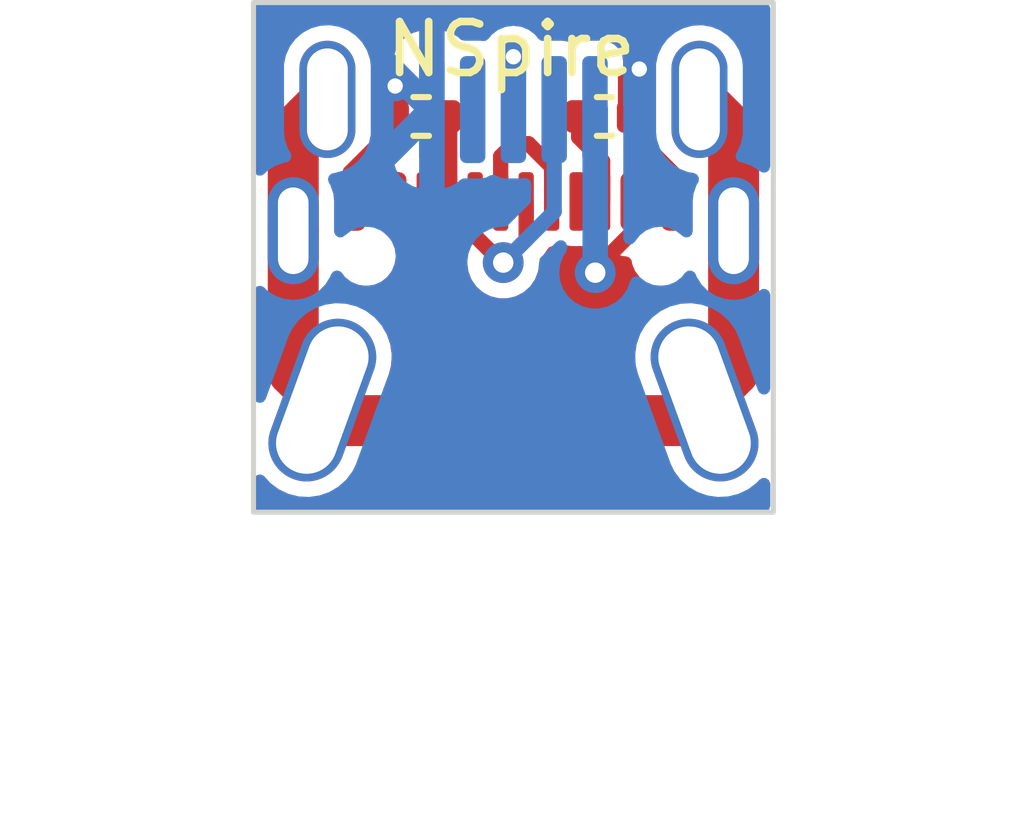
<source format=kicad_pcb>
(kicad_pcb (version 20221018) (generator pcbnew)
  (layers (0 "F.Cu" signal) (31 "B.Cu" signal) (34 "B.Paste" user) (35 "F.Paste" user) (36 "B.SilkS" user "B.Silkscreen") (37 "F.SilkS" user "F.Silkscreen") (38 "B.Mask" user) (39 "F.Mask" user) (44 "Edge.Cuts" user))
  (net 0 "")
  (net 1 "GND")
  (net 2 "/VBUS")
  (net 3 "Net-(J2-CC1)")
  (net 4 "/D+")
  (net 5 "/D-")
  (net 7 "Net-(J2-CC2)")
  (net 9 "/SHIELD")
  (footprint "Resistor_SMD:R_0402_1005Metric" (layer "F.Cu") (at 189.79 28.7325)
    (fp_text reference "R2" hide)
    (fp_text value "5.1k")
    (fp_line (start -0.153641 -0.38) (end 0.153641 -0.38) (stroke (width 0.12)) (layer "F.SilkS"))
    (fp_line (start -0.153641 0.38) (end 0.153641 0.38) (stroke (width 0.12)) (layer "F.SilkS"))
    (pad "1" smd roundrect (at -0.51 0) (size 0.54 0.64) (layers "F.Cu" "F.Paste" "F.Mask") (net 7 "Net-(J2-CC2)"))
    (pad "2" smd roundrect (at 0.51 0) (size 0.54 0.64) (layers "F.Cu" "F.Paste" "F.Mask") (net 1 "GND"))
  )
  (footprint "usb4105_modify:usb4105" (layer "F.Cu") (at 187.98 39.92)
    (fp_text reference "J2" hide)
    (fp_text value "USB_C_Receptacle_USB2.0")
    (pad "" np_thru_hole circle (at -2.87 -8.445) (size 0.65 0.65) (drill 0.65) (layers "F&B.Cu" "*.Mask"))
    (pad "" np_thru_hole circle (at 2.91 -8.445) (size 0.65 0.65) (drill 0.65) (layers "F&B.Cu" "*.Mask"))
    (pad "A4" smd roundrect (at -2.38 -9.52) (size 0.6 1.15) (layers "F.Cu" "F.Paste" "F.Mask") (net 2 "/VBUS"))
    (pad "A5" smd roundrect (at -1.23 -9.52) (size 0.3 1.15) (layers "F.Cu" "F.Paste" "F.Mask") (net 3 "Net-(J2-CC1)"))
    (pad "A6" smd roundrect (at -0.23 -9.52) (size 0.3 1.15) (layers "F.Cu" "F.Paste" "F.Mask") (net 4 "/D+"))
    (pad "A7" smd roundrect (at 0.27 -9.52) (size 0.3 1.15) (layers "F.Cu" "F.Paste" "F.Mask") (net 5 "/D-"))
    (pad "A8" smd roundrect (at 1.27 -9.52) (size 0.3 1.15) (layers "F.Cu" "F.Paste" "F.Mask"))
    (pad "A12" smd roundrect (at 3.22 -9.52) (size 0.6 1.15) (layers "F.Cu" "F.Paste" "F.Mask") (net 1 "GND"))
    (pad "B4" smd roundrect (at 2.42 -9.52) (size 0.6 1.15) (layers "F.Cu" "F.Paste" "F.Mask") (net 2 "/VBUS"))
    (pad "B5" smd roundrect (at 1.77 -9.52) (size 0.3 1.15) (layers "F.Cu" "F.Paste" "F.Mask") (net 7 "Net-(J2-CC2)"))
    (pad "B6" smd roundrect (at 0.77 -9.52) (size 0.3 1.15) (layers "F.Cu" "F.Paste" "F.Mask") (net 4 "/D+"))
    (pad "B7" smd roundrect (at -0.73 -9.52) (size 0.3 1.15) (layers "F.Cu" "F.Paste" "F.Mask") (net 5 "/D-"))
    (pad "B8" smd roundrect (at -1.73 -9.52) (size 0.3 1.15) (layers "F.Cu" "F.Paste" "F.Mask"))
    (pad "B9" smd roundrect (at -2.38 -9.52) (size 0.6 1.15) (layers "F.Cu" "F.Paste" "F.Mask") (net 2 "/VBUS"))
    (pad "B12" smd roundrect (at -3.18 -9.52) (size 0.6 1.15) (layers "F.Cu" "F.Paste" "F.Mask") (net 1 "GND"))
    (pad "S1" thru_hole oval (at -4.3 -8.945) (size 1 2.1) (drill oval 0.6 1.7) (layers "*.Cu" "*.Mask" "F.Paste") (net 9 "/SHIELD"))
    (pad "S1" thru_hole oval (at 4.34 -8.945) (size 1 2.1) (drill oval 0.6 1.7) (layers "*.Cu" "*.Mask" "F.Paste") (net 9 "/SHIELD"))
  )
  (footprint "Resistor_SMD:R_0402_1005Metric" (layer "F.Cu") (at 186.19 28.7325 180)
    (fp_text reference "R1" hide)
    (fp_text value "5.1k")
    (fp_line (start -0.153641 -0.38) (end 0.153641 -0.38) (stroke (width 0.12)) (layer "F.SilkS"))
    (fp_line (start -0.153641 0.38) (end 0.153641 0.38) (stroke (width 0.12)) (layer "F.SilkS"))
    (pad "1" smd roundrect (at -0.51 0 180) (size 0.54 0.64) (layers "F.Cu" "F.Paste" "F.Mask") (net 3 "Net-(J2-CC1)"))
    (pad "2" smd roundrect (at 0.51 0 180) (size 0.54 0.64) (layers "F.Cu" "F.Paste" "F.Mask") (net 1 "GND"))
  )
  (footprint "ti84_mini_usb:ti84_mini_usb" (layer "B.Cu") (at 188.25 38.1975 180)
    (fp_text reference "J1" hide)
    (fp_text value "USB_OTG")
    (pad "1" smd roundrect (at -1.35 9.6 180) (size 0.5 2.1) (layers "B.Cu" "B.Paste" "B.Mask") (net 2 "/VBUS"))
    (pad "2" smd roundrect (at -0.55 9.6 180) (size 0.5 2.1) (layers "B.Cu" "B.Paste" "B.Mask") (net 5 "/D-"))
    (pad "3" smd roundrect (at 0.25 9.6 180) (size 0.5 2.1) (layers "B.Cu" "B.Paste" "B.Mask") (net 4 "/D+"))
    (pad "4" smd roundrect (at 1.05 9.6 180) (size 0.5 2.1) (layers "B.Cu" "B.Paste" "B.Mask"))
    (pad "5" smd roundrect (at 1.85 9.6 180) (size 0.5 2.1) (layers "B.Cu" "B.Paste" "B.Mask") (net 1 "GND"))
    (pad "6" thru_hole oval (at -3.5 3.9 200) (size 1.5 3.3) (drill oval 1.2 3) (layers "*.Cu" "*.Mask") (net 9 "/SHIELD"))
    (pad "6" thru_hole oval (at -3.4 9.8 180) (size 1.1 2.3) (drill oval 0.8 2) (layers "*.Cu" "*.Mask") (net 9 "/SHIELD"))
    (pad "6" thru_hole oval (at 3.9 9.8 180) (size 1.1 2.3) (drill oval 0.8 2) (layers "*.Cu" "*.Mask") (net 9 "/SHIELD"))
    (pad "6" thru_hole oval (at 4 3.9 160) (size 1.5 3.3) (drill oval 1.2 3) (layers "*.Cu" "*.Mask") (net 9 "/SHIELD"))
  )
  (gr_rect (start 182.9 26.4975) (end 193.1 36.4975) (stroke (width 0.1)) (fill none) (layer "Edge.Cuts"))
  (gr_text "NSpire" (at 185.43 28) (layer "F.SilkS") (effects (font (size 1 1)) (justify left bottom)))
  (segment (start 190.46931 27.801896) (end 190.3 27.971206) (width 0.5) (layer "F.Cu") (net 1))
  (segment (start 190.3 27.971206) (end 190.3 28.7325) (width 0.5) (layer "F.Cu") (net 1))
  (segment (start 185.68 28.7325) (end 185.68 28.95) (width 0.3) (layer "F.Cu") (net 1))
  (segment (start 185.68 28.95) (end 184.8 29.83) (width 0.3) (layer "F.Cu") (net 1))
  (segment (start 190.3 29.013738) (end 190.3 28.7325) (width 0.3) (layer "F.Cu") (net 1))
  (segment (start 191.2 29.913738) (end 190.3 29.013738) (width 0.3) (layer "F.Cu") (net 1))
  (segment (start 191.2 30.4) (end 191.2 29.913738) (width 0.3) (layer "F.Cu") (net 1))
  (segment (start 184.8 29.83) (end 184.8 30.4) (width 0.3) (layer "F.Cu") (net 1))
  (segment (start 185.68 28.135189) (end 185.68 28.7325) (width 0.5) (layer "F.Cu") (net 1))
  (via (at 190.46931 27.801896) (size 0.6) (drill 0.3) (layers "F.Cu" "B.Cu") (net 1))
  (via (at 185.68 28.135189) (size 0.6) (drill 0.3) (layers "F.Cu" "B.Cu") (net 1))
  (segment (start 186.4 28.5975) (end 186.4 27.032004) (width 0.5) (layer "B.Cu") (net 1))
  (segment (start 186.4 28.5975) (end 186.4 30.369182) (width 0.5) (layer "B.Cu") (net 1))
  (segment (start 185.6 30.939695) (end 185.6 30.4) (width 0.3) (layer "F.Cu") (net 2))
  (segment (start 189.60509 31.797728) (end 189.60509 31.729925) (width 0.3) (layer "F.Cu") (net 2))
  (segment (start 186.415083 31.754778) (end 185.6 30.939695) (width 0.3) (layer "F.Cu") (net 2))
  (segment (start 189.60509 31.729925) (end 190.393835 30.94118) (width 0.3) (layer "F.Cu") (net 2))
  (segment (start 190.4 30.92812) (end 190.4 30.4) (width 0.3) (layer "F.Cu") (net 2))
  (via (at 189.60509 31.797728) (size 0.8) (drill 0.4) (layers "F.Cu" "B.Cu") (net 2))
  (segment (start 189.60509 31.797728) (end 189.60509 28.60259) (width 0.5) (layer "B.Cu") (net 2))
  (segment (start 189.60509 28.60259) (end 189.6 28.5975) (width 0.5) (layer "B.Cu") (net 2))
  (segment (start 186.75 28.7825) (end 186.7 28.7325) (width 0.3) (layer "F.Cu") (net 3))
  (segment (start 186.75 30.4) (end 186.75 28.7825) (width 0.3) (layer "F.Cu") (net 3))
  (segment (start 188 29.267274) (end 188 27.560676) (width 0.3) (layer "F.Cu") (net 4))
  (segment (start 188.295394 29.267274) (end 188 29.267274) (width 0.3) (layer "F.Cu") (net 4))
  (segment (start 187.75 30.4) (end 187.75 29.517274) (width 0.3) (layer "F.Cu") (net 4))
  (segment (start 188.75 29.72188) (end 188.295394 29.267274) (width 0.3) (layer "F.Cu") (net 4))
  (segment (start 187.75 29.517274) (end 188 29.267274) (width 0.3) (layer "F.Cu") (net 4))
  (segment (start 188.75 30.4) (end 188.75 29.72188) (width 0.3) (layer "F.Cu") (net 4))
  (via (at 188 27.560676) (size 0.6) (drill 0.3) (layers "F.Cu" "B.Cu") (net 4))
  (segment (start 187.77188 31.6) (end 187.8 31.6) (width 0.3) (layer "F.Cu") (net 5))
  (segment (start 187.25 31.07812) (end 187.77188 31.6) (width 0.3) (layer "F.Cu") (net 5))
  (segment (start 187.25 30.4) (end 187.25 31.07812) (width 0.3) (layer "F.Cu") (net 5))
  (segment (start 188.25 30.4) (end 188.25 31.15) (width 0.3) (layer "F.Cu") (net 5))
  (segment (start 188.25 31.15) (end 187.8 31.6) (width 0.3) (layer "F.Cu") (net 5))
  (via (at 187.8 31.6) (size 0.8) (drill 0.4) (layers "F.Cu" "B.Cu") (net 5))
  (segment (start 187.8 31.6) (end 188.8 30.6) (width 0.3) (layer "B.Cu") (net 5))
  (segment (start 188.8 30.6) (end 188.8 28.5975) (width 0.3) (layer "B.Cu") (net 5))
  (segment (start 189.28 29.140679) (end 189.28 28.7325) (width 0.3) (layer "F.Cu") (net 7))
  (segment (start 189.75 29.610679) (end 189.28 29.140679) (width 0.3) (layer "F.Cu") (net 7))
  (segment (start 189.75 30.4) (end 189.75 29.610679) (width 0.3) (layer "F.Cu") (net 7))
  (segment (start 183.68 33.7275) (end 184.6525 34.7) (width 1) (layer "F.Cu") (net 9))
  (segment (start 184.35 28.3975) (end 183.68 29.0675) (width 1) (layer "F.Cu") (net 9))
  (segment (start 184.6525 34.7) (end 191.3475 34.7) (width 1) (layer "F.Cu") (net 9))
  (segment (start 191.3475 34.7) (end 192.32 33.7275) (width 1) (layer "F.Cu") (net 9))
  (segment (start 191.65 28.3975) (end 192.32 29.0675) (width 1) (layer "F.Cu") (net 9))
  (segment (start 192.32 29.0675) (end 192.32 30.975) (width 1) (layer "F.Cu") (net 9))
  (segment (start 183.68 30.975) (end 183.68 33.7275) (width 1) (layer "F.Cu") (net 9))
  (segment (start 192.32 33.7275) (end 192.32 30.975) (width 1) (layer "F.Cu") (net 9))
  (segment (start 183.68 29.0675) (end 183.68 30.975) (width 1) (layer "F.Cu") (net 9))
  (zone (net 2) (net_name "/VBUS") (layer "F.Cu") (connect_pads (clearance 0.3)) (min_thickness 0.25) (fill yes (thermal_gap 0.5) (thermal_bridge_width 0.5))
    (polygon (pts (xy 185.42 30.48) (xy 190.5 30.48) (xy 190.5 34.095482) (xy 185.42 34.095482)))
  )
  (zone (net 1) (net_name "GND") (layer "B.Cu") (connect_pads (clearance 0.3)) (min_thickness 0.25) (fill yes (thermal_gap 0.5) (thermal_bridge_width 0.5))
    (polygon (pts (xy 182.88 26.475482) (xy 193.04 26.475482) (xy 193.04 36.635482) (xy 182.88 36.635482)))
  )
)
</source>
